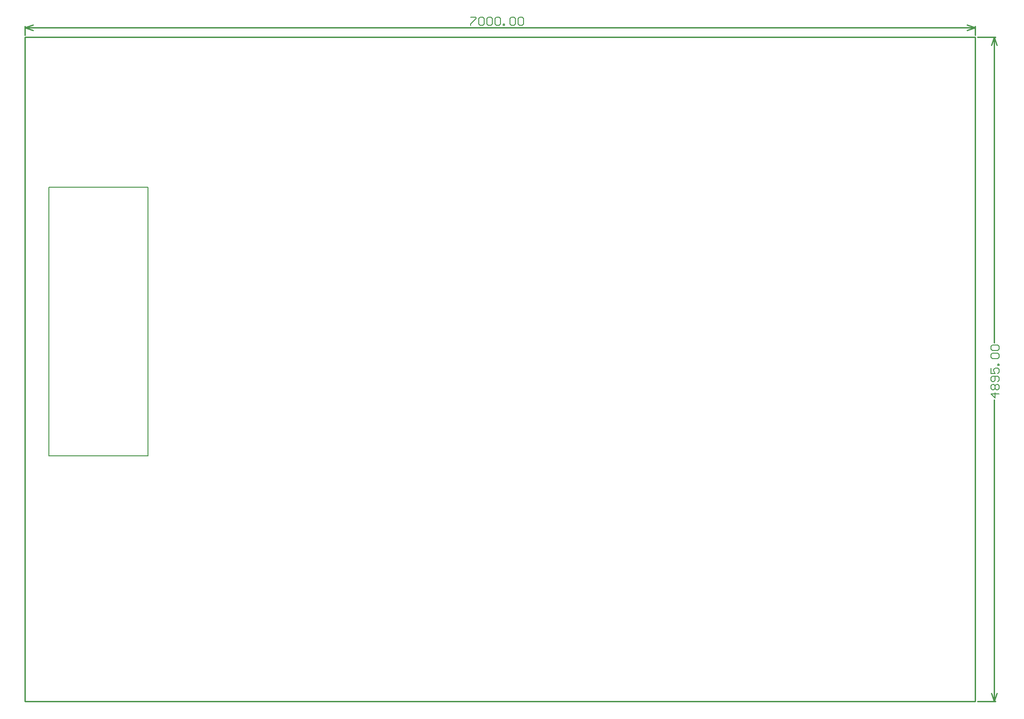
<source format=gbo>
G04*
G04 #@! TF.GenerationSoftware,Altium Limited,Altium Designer,21.9.2 (33)*
G04*
G04 Layer_Color=32896*
%FSLAX25Y25*%
%MOIN*%
G70*
G04*
G04 #@! TF.SameCoordinates,20C0D9CC-F100-46A5-AC51-F6AD6B347EFB*
G04*
G04*
G04 #@! TF.FilePolarity,Positive*
G04*
G01*
G75*
%ADD12C,0.01000*%
%ADD15C,0.00500*%
%ADD17C,0.00600*%
D12*
Y0D02*
Y489500D01*
X700000D01*
Y0D02*
Y489500D01*
X0Y0D02*
X700000D01*
X712000Y6000D02*
X714000Y0D01*
X716000Y6000D01*
X714000Y489500D02*
X716000Y483500D01*
X712000D02*
X714000Y489500D01*
Y0D02*
Y222056D01*
Y264244D02*
Y489500D01*
X701500Y0D02*
X715000D01*
X701500Y489500D02*
X715000D01*
X0Y496500D02*
X6000Y498500D01*
X0Y496500D02*
X6000Y494500D01*
X694000D02*
X700000Y496500D01*
X694000Y498500D02*
X700000Y496500D01*
X0D02*
X700000D01*
X0D02*
X700000D01*
X0Y491000D02*
Y497500D01*
X700000Y491000D02*
Y497500D01*
D15*
X17504Y181004D02*
X90496D01*
Y378996D01*
X17504D02*
X90496D01*
X17504Y181004D02*
Y378996D01*
Y181004D02*
X90496D01*
Y378996D01*
X17504D02*
X90496D01*
X17504Y181004D02*
Y378996D01*
D17*
X717599Y226655D02*
X711601D01*
X714600Y223656D01*
Y227655D01*
X712601Y229654D02*
X711601Y230654D01*
Y232653D01*
X712601Y233653D01*
X713600D01*
X714600Y232653D01*
X715600Y233653D01*
X716599D01*
X717599Y232653D01*
Y230654D01*
X716599Y229654D01*
X715600D01*
X714600Y230654D01*
X713600Y229654D01*
X712601D01*
X714600Y230654D02*
Y232653D01*
X716599Y235652D02*
X717599Y236652D01*
Y238651D01*
X716599Y239651D01*
X712601D01*
X711601Y238651D01*
Y236652D01*
X712601Y235652D01*
X713600D01*
X714600Y236652D01*
Y239651D01*
X711601Y245649D02*
Y241651D01*
X714600D01*
X713600Y243650D01*
Y244650D01*
X714600Y245649D01*
X716599D01*
X717599Y244650D01*
Y242650D01*
X716599Y241651D01*
X717599Y247649D02*
X716599D01*
Y248648D01*
X717599D01*
Y247649D01*
X712601Y252647D02*
X711601Y253647D01*
Y255646D01*
X712601Y256646D01*
X716599D01*
X717599Y255646D01*
Y253647D01*
X716599Y252647D01*
X712601D01*
Y258645D02*
X711601Y259645D01*
Y261644D01*
X712601Y262644D01*
X716599D01*
X717599Y261644D01*
Y259645D01*
X716599Y258645D01*
X712601D01*
X328100Y504098D02*
X332099D01*
Y503098D01*
X328100Y499100D01*
Y498100D01*
X334098Y503098D02*
X335098Y504098D01*
X337097D01*
X338097Y503098D01*
Y499100D01*
X337097Y498100D01*
X335098D01*
X334098Y499100D01*
Y503098D01*
X340096D02*
X341096Y504098D01*
X343095D01*
X344095Y503098D01*
Y499100D01*
X343095Y498100D01*
X341096D01*
X340096Y499100D01*
Y503098D01*
X346094D02*
X347094Y504098D01*
X349093D01*
X350093Y503098D01*
Y499100D01*
X349093Y498100D01*
X347094D01*
X346094Y499100D01*
Y503098D01*
X352092Y498100D02*
Y499100D01*
X353092D01*
Y498100D01*
X352092D01*
X357091Y503098D02*
X358090Y504098D01*
X360090D01*
X361089Y503098D01*
Y499100D01*
X360090Y498100D01*
X358090D01*
X357091Y499100D01*
Y503098D01*
X363089D02*
X364088Y504098D01*
X366088D01*
X367087Y503098D01*
Y499100D01*
X366088Y498100D01*
X364088D01*
X363089Y499100D01*
Y503098D01*
M02*

</source>
